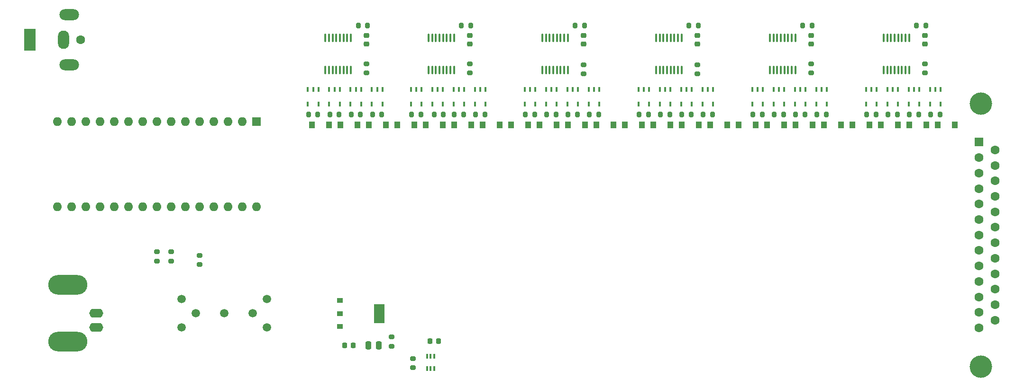
<source format=gbr>
%TF.GenerationSoftware,KiCad,Pcbnew,(6.0.9)*%
%TF.CreationDate,2023-02-20T09:51:29-08:00*%
%TF.ProjectId,RF_control_board_v2,52465f63-6f6e-4747-926f-6c5f626f6172,rev?*%
%TF.SameCoordinates,Original*%
%TF.FileFunction,Soldermask,Top*%
%TF.FilePolarity,Negative*%
%FSLAX46Y46*%
G04 Gerber Fmt 4.6, Leading zero omitted, Abs format (unit mm)*
G04 Created by KiCad (PCBNEW (6.0.9)) date 2023-02-20 09:51:29*
%MOMM*%
%LPD*%
G01*
G04 APERTURE LIST*
G04 Aperture macros list*
%AMRoundRect*
0 Rectangle with rounded corners*
0 $1 Rounding radius*
0 $2 $3 $4 $5 $6 $7 $8 $9 X,Y pos of 4 corners*
0 Add a 4 corners polygon primitive as box body*
4,1,4,$2,$3,$4,$5,$6,$7,$8,$9,$2,$3,0*
0 Add four circle primitives for the rounded corners*
1,1,$1+$1,$2,$3*
1,1,$1+$1,$4,$5*
1,1,$1+$1,$6,$7*
1,1,$1+$1,$8,$9*
0 Add four rect primitives between the rounded corners*
20,1,$1+$1,$2,$3,$4,$5,0*
20,1,$1+$1,$4,$5,$6,$7,0*
20,1,$1+$1,$6,$7,$8,$9,0*
20,1,$1+$1,$8,$9,$2,$3,0*%
G04 Aperture macros list end*
%ADD10C,0.100000*%
%ADD11RoundRect,0.250000X0.250000X0.475000X-0.250000X0.475000X-0.250000X-0.475000X0.250000X-0.475000X0*%
%ADD12R,1.600000X1.600000*%
%ADD13C,1.600000*%
%ADD14C,4.000000*%
%ADD15RoundRect,0.200000X-0.275000X0.200000X-0.275000X-0.200000X0.275000X-0.200000X0.275000X0.200000X0*%
%ADD16R,0.406400X0.903199*%
%ADD17RoundRect,0.200000X-0.200000X-0.275000X0.200000X-0.275000X0.200000X0.275000X-0.200000X0.275000X0*%
%ADD18RoundRect,0.100000X0.100000X-0.637500X0.100000X0.637500X-0.100000X0.637500X-0.100000X-0.637500X0*%
%ADD19RoundRect,0.225000X0.250000X-0.225000X0.250000X0.225000X-0.250000X0.225000X-0.250000X-0.225000X0*%
%ADD20R,1.016000X1.270000*%
%ADD21RoundRect,0.200000X0.200000X0.275000X-0.200000X0.275000X-0.200000X-0.275000X0.200000X-0.275000X0*%
%ADD22RoundRect,0.225000X-0.225000X-0.250000X0.225000X-0.250000X0.225000X0.250000X-0.225000X0.250000X0*%
%ADD23R,1.016000X0.889000*%
%ADD24RoundRect,0.200000X0.275000X-0.200000X0.275000X0.200000X-0.275000X0.200000X-0.275000X-0.200000X0*%
%ADD25RoundRect,0.225000X0.225000X0.250000X-0.225000X0.250000X-0.225000X-0.250000X0.225000X-0.250000X0*%
%ADD26O,1.600000X1.600000*%
%ADD27C,1.498600*%
%ADD28O,2.500000X1.600000*%
%ADD29O,7.000000X3.500000*%
%ADD30R,0.399999X0.850001*%
%ADD31R,2.000000X4.000000*%
%ADD32O,2.000000X3.300000*%
%ADD33O,3.500000X2.000000*%
G04 APERTURE END LIST*
%TO.C,U1*%
G36*
X98336100Y-131235600D02*
G01*
X96608900Y-131235600D01*
X96608900Y-127984400D01*
X98336100Y-127984400D01*
X98336100Y-131235600D01*
G37*
D10*
X98336100Y-131235600D02*
X96608900Y-131235600D01*
X96608900Y-127984400D01*
X98336100Y-127984400D01*
X98336100Y-131235600D01*
%TD*%
D11*
%TO.C,C9*%
X97470000Y-135325000D03*
X95570000Y-135325000D03*
%TD*%
D12*
%TO.C,J2*%
X204659669Y-98945000D03*
D13*
X204659669Y-101715000D03*
X204659669Y-104485000D03*
X204659669Y-107255000D03*
X204659669Y-110025000D03*
X204659669Y-112795000D03*
X204659669Y-115565000D03*
X204659669Y-118335000D03*
X204659669Y-121105000D03*
X204659669Y-123875000D03*
X204659669Y-126645000D03*
X204659669Y-129415000D03*
X204659669Y-132185000D03*
X207499669Y-100330000D03*
X207499669Y-103100000D03*
X207499669Y-105870000D03*
X207499669Y-108640000D03*
X207499669Y-111410000D03*
X207499669Y-114180000D03*
X207499669Y-116950000D03*
X207499669Y-119720000D03*
X207499669Y-122490000D03*
X207499669Y-125260000D03*
X207499669Y-128030000D03*
X207499669Y-130800000D03*
D14*
X204959669Y-139115000D03*
X204959669Y-92015000D03*
%TD*%
D15*
%TO.C,R19*%
X95250000Y-84900000D03*
X95250000Y-86550000D03*
%TD*%
D16*
%TO.C,U32*%
X84774999Y-92100400D03*
X86675001Y-92100400D03*
X86675001Y-89509600D03*
X85725000Y-89509600D03*
X84774999Y-89509600D03*
%TD*%
D17*
%TO.C,R36*%
X103315000Y-93980000D03*
X104965000Y-93980000D03*
%TD*%
D15*
%TO.C,R2*%
X57785000Y-118555000D03*
X57785000Y-120205000D03*
%TD*%
D18*
%TO.C,U8*%
X167270000Y-86047500D03*
X167920000Y-86047500D03*
X168570000Y-86047500D03*
X169220000Y-86047500D03*
X169870000Y-86047500D03*
X170520000Y-86047500D03*
X171170000Y-86047500D03*
X171820000Y-86047500D03*
X171820000Y-80322500D03*
X171170000Y-80322500D03*
X170520000Y-80322500D03*
X169870000Y-80322500D03*
X169220000Y-80322500D03*
X168570000Y-80322500D03*
X167920000Y-80322500D03*
X167270000Y-80322500D03*
%TD*%
D15*
%TO.C,R1*%
X60325000Y-118555000D03*
X60325000Y-120205000D03*
%TD*%
D19*
%TO.C,C7*%
X95250000Y-81420000D03*
X95250000Y-79870000D03*
%TD*%
D16*
%TO.C,U13*%
X184469999Y-92100400D03*
X186370001Y-92100400D03*
X186370001Y-89509600D03*
X185420000Y-89509600D03*
X184469999Y-89509600D03*
%TD*%
D18*
%TO.C,U10*%
X126630000Y-86047500D03*
X127280000Y-86047500D03*
X127930000Y-86047500D03*
X128580000Y-86047500D03*
X129230000Y-86047500D03*
X129880000Y-86047500D03*
X130530000Y-86047500D03*
X131180000Y-86047500D03*
X131180000Y-80322500D03*
X130530000Y-80322500D03*
X129880000Y-80322500D03*
X129230000Y-80322500D03*
X128580000Y-80322500D03*
X127930000Y-80322500D03*
X127280000Y-80322500D03*
X126630000Y-80322500D03*
%TD*%
D17*
%TO.C,R22*%
X171895000Y-93980000D03*
X173545000Y-93980000D03*
%TD*%
D16*
%TO.C,U19*%
X151449999Y-92100400D03*
X153350001Y-92100400D03*
X153350001Y-89509600D03*
X152400000Y-89509600D03*
X151449999Y-89509600D03*
%TD*%
D19*
%TO.C,C5*%
X113665000Y-81420000D03*
X113665000Y-79870000D03*
%TD*%
D20*
%TO.C,V3*%
X190119000Y-95885000D03*
X187071000Y-95885000D03*
%TD*%
D16*
%TO.C,U26*%
X114619999Y-92100400D03*
X116520001Y-92100400D03*
X116520001Y-89509600D03*
X115570000Y-89509600D03*
X114619999Y-89509600D03*
%TD*%
D17*
%TO.C,R24*%
X164275000Y-93980000D03*
X165925000Y-93980000D03*
%TD*%
%TO.C,R20*%
X184595000Y-93980000D03*
X186245000Y-93980000D03*
%TD*%
%TO.C,R35*%
X107315000Y-93980000D03*
X108965000Y-93980000D03*
%TD*%
D21*
%TO.C,R11*%
X154495000Y-78105000D03*
X152845000Y-78105000D03*
%TD*%
D22*
%TO.C,C8*%
X91300000Y-135325000D03*
X92850000Y-135325000D03*
%TD*%
D16*
%TO.C,U4*%
X195899999Y-92100400D03*
X197800001Y-92100400D03*
X197800001Y-89509600D03*
X196850000Y-89509600D03*
X195899999Y-89509600D03*
%TD*%
D20*
%TO.C,V1*%
X200279000Y-95885000D03*
X197231000Y-95885000D03*
%TD*%
D17*
%TO.C,R37*%
X96330000Y-93980000D03*
X97980000Y-93980000D03*
%TD*%
D23*
%TO.C,U1*%
X90487500Y-127311300D03*
X90487500Y-129610000D03*
X90487500Y-131908700D03*
%TD*%
D24*
%TO.C,R8*%
X103505000Y-139330001D03*
X103505000Y-137680001D03*
%TD*%
D20*
%TO.C,V15*%
X129159000Y-95885000D03*
X126111000Y-95885000D03*
%TD*%
D21*
%TO.C,R12*%
X134175000Y-78105000D03*
X132525000Y-78105000D03*
%TD*%
D20*
%TO.C,V13*%
X139319000Y-95885000D03*
X136271000Y-95885000D03*
%TD*%
%TO.C,V2*%
X195199000Y-95885000D03*
X192151000Y-95885000D03*
%TD*%
D21*
%TO.C,R10*%
X174815000Y-78105000D03*
X173165000Y-78105000D03*
%TD*%
D15*
%TO.C,R18*%
X113665000Y-84900000D03*
X113665000Y-86550000D03*
%TD*%
D16*
%TO.C,U15*%
X171769999Y-92100400D03*
X173670001Y-92100400D03*
X173670001Y-89509600D03*
X172720000Y-89509600D03*
X171769999Y-89509600D03*
%TD*%
D15*
%TO.C,R3*%
X194945000Y-84900000D03*
X194945000Y-86550000D03*
%TD*%
D19*
%TO.C,C3*%
X174625000Y-81420000D03*
X174625000Y-79870000D03*
%TD*%
D16*
%TO.C,U24*%
X127319999Y-92100400D03*
X129220001Y-92100400D03*
X129220001Y-89509600D03*
X128270000Y-89509600D03*
X127319999Y-89509600D03*
%TD*%
D17*
%TO.C,R29*%
X135065000Y-93980000D03*
X136715000Y-93980000D03*
%TD*%
D20*
%TO.C,V20*%
X103759000Y-95885000D03*
X100711000Y-95885000D03*
%TD*%
%TO.C,V18*%
X113919000Y-95885000D03*
X110871000Y-95885000D03*
%TD*%
D15*
%TO.C,R15*%
X174625000Y-84900000D03*
X174625000Y-86550000D03*
%TD*%
D20*
%TO.C,V14*%
X134239000Y-95885000D03*
X131191000Y-95885000D03*
%TD*%
D16*
%TO.C,U31*%
X88584999Y-92100400D03*
X90485001Y-92100400D03*
X90485001Y-89509600D03*
X89535000Y-89509600D03*
X88584999Y-89509600D03*
%TD*%
D18*
%TO.C,U3*%
X187590000Y-86047500D03*
X188240000Y-86047500D03*
X188890000Y-86047500D03*
X189540000Y-86047500D03*
X190190000Y-86047500D03*
X190840000Y-86047500D03*
X191490000Y-86047500D03*
X192140000Y-86047500D03*
X192140000Y-80322500D03*
X191490000Y-80322500D03*
X190840000Y-80322500D03*
X190190000Y-80322500D03*
X189540000Y-80322500D03*
X188890000Y-80322500D03*
X188240000Y-80322500D03*
X187590000Y-80322500D03*
%TD*%
D20*
%TO.C,V6*%
X174879000Y-95885000D03*
X171831000Y-95885000D03*
%TD*%
%TO.C,V23*%
X88519000Y-95885000D03*
X85471000Y-95885000D03*
%TD*%
%TO.C,V12*%
X144399000Y-95885000D03*
X141351000Y-95885000D03*
%TD*%
D17*
%TO.C,R40*%
X84900000Y-93980000D03*
X86550000Y-93980000D03*
%TD*%
D20*
%TO.C,V8*%
X164719000Y-95885000D03*
X161671000Y-95885000D03*
%TD*%
%TO.C,V7*%
X169799000Y-95885000D03*
X166751000Y-95885000D03*
%TD*%
D17*
%TO.C,R38*%
X92520000Y-93980000D03*
X94170000Y-93980000D03*
%TD*%
D16*
%TO.C,U29*%
X103189999Y-92100400D03*
X105090001Y-92100400D03*
X105090001Y-89509600D03*
X104140000Y-89509600D03*
X103189999Y-89509600D03*
%TD*%
D20*
%TO.C,V10*%
X154559000Y-95885000D03*
X151511000Y-95885000D03*
%TD*%
D25*
%TO.C,C2*%
X108090000Y-134550000D03*
X106540000Y-134550000D03*
%TD*%
D17*
%TO.C,R4*%
X196025000Y-93980000D03*
X197675000Y-93980000D03*
%TD*%
D16*
%TO.C,U30*%
X92394999Y-92100400D03*
X94295001Y-92100400D03*
X94295001Y-89509600D03*
X93345000Y-89509600D03*
X92394999Y-89509600D03*
%TD*%
%TO.C,U21*%
X143829999Y-92100400D03*
X145730001Y-92100400D03*
X145730001Y-89509600D03*
X144780000Y-89509600D03*
X143829999Y-89509600D03*
%TD*%
D17*
%TO.C,R39*%
X88710000Y-93980000D03*
X90360000Y-93980000D03*
%TD*%
D16*
%TO.C,U20*%
X147639999Y-92100400D03*
X149540001Y-92100400D03*
X149540001Y-89509600D03*
X148590000Y-89509600D03*
X147639999Y-89509600D03*
%TD*%
D17*
%TO.C,R23*%
X168085000Y-93980000D03*
X169735000Y-93980000D03*
%TD*%
D16*
%TO.C,U23*%
X131129999Y-92100400D03*
X133030001Y-92100400D03*
X133030001Y-89509600D03*
X132080000Y-89509600D03*
X131129999Y-89509600D03*
%TD*%
D12*
%TO.C,A1*%
X75565000Y-95250000D03*
D26*
X73025000Y-95250000D03*
X70485000Y-95250000D03*
X67945000Y-95250000D03*
X65405000Y-95250000D03*
X62865000Y-95250000D03*
X60325000Y-95250000D03*
X57785000Y-95250000D03*
X55245000Y-95250000D03*
X52705000Y-95250000D03*
X50165000Y-95250000D03*
X47625000Y-95250000D03*
X45085000Y-95250000D03*
X42545000Y-95250000D03*
X40005000Y-95250000D03*
X40005000Y-110490000D03*
X42545000Y-110490000D03*
X45085000Y-110490000D03*
X47625000Y-110490000D03*
X50165000Y-110490000D03*
X52705000Y-110490000D03*
X55245000Y-110490000D03*
X57785000Y-110490000D03*
X60325000Y-110490000D03*
X62865000Y-110490000D03*
X65405000Y-110490000D03*
X67945000Y-110490000D03*
X70485000Y-110490000D03*
X73025000Y-110490000D03*
X75565000Y-110490000D03*
%TD*%
D16*
%TO.C,U6*%
X188279999Y-92100400D03*
X190180001Y-92100400D03*
X190180001Y-89509600D03*
X189230000Y-89509600D03*
X188279999Y-89509600D03*
%TD*%
%TO.C,U27*%
X110809999Y-92100400D03*
X112710001Y-92100400D03*
X112710001Y-89509600D03*
X111760000Y-89509600D03*
X110809999Y-89509600D03*
%TD*%
D21*
%TO.C,R14*%
X95440000Y-78105000D03*
X93790000Y-78105000D03*
%TD*%
D17*
%TO.C,R21*%
X175705000Y-93980000D03*
X177355000Y-93980000D03*
%TD*%
D20*
%TO.C,V16*%
X124079000Y-95885000D03*
X121031000Y-95885000D03*
%TD*%
D17*
%TO.C,R34*%
X110935000Y-93980000D03*
X112585000Y-93980000D03*
%TD*%
%TO.C,R32*%
X123635000Y-93980000D03*
X125285000Y-93980000D03*
%TD*%
D18*
%TO.C,U9*%
X146950000Y-86047500D03*
X147600000Y-86047500D03*
X148250000Y-86047500D03*
X148900000Y-86047500D03*
X149550000Y-86047500D03*
X150200000Y-86047500D03*
X150850000Y-86047500D03*
X151500000Y-86047500D03*
X151500000Y-80322500D03*
X150850000Y-80322500D03*
X150200000Y-80322500D03*
X149550000Y-80322500D03*
X148900000Y-80322500D03*
X148250000Y-80322500D03*
X147600000Y-80322500D03*
X146950000Y-80322500D03*
%TD*%
D20*
%TO.C,V11*%
X149479000Y-95885000D03*
X146431000Y-95885000D03*
%TD*%
D24*
%TO.C,R7*%
X65405000Y-120840000D03*
X65405000Y-119190000D03*
%TD*%
D17*
%TO.C,R25*%
X155385000Y-93980000D03*
X157035000Y-93980000D03*
%TD*%
D21*
%TO.C,R13*%
X113855000Y-78105000D03*
X112205000Y-78105000D03*
%TD*%
D16*
%TO.C,U22*%
X134939999Y-92100400D03*
X136840001Y-92100400D03*
X136840001Y-89509600D03*
X135890000Y-89509600D03*
X134939999Y-89509600D03*
%TD*%
%TO.C,U14*%
X175579999Y-92100400D03*
X177480001Y-92100400D03*
X177480001Y-89509600D03*
X176530000Y-89509600D03*
X175579999Y-89509600D03*
%TD*%
%TO.C,U28*%
X106999999Y-92100400D03*
X108900001Y-92100400D03*
X108900001Y-89509600D03*
X107950000Y-89509600D03*
X106999999Y-89509600D03*
%TD*%
D17*
%TO.C,R26*%
X151575000Y-93980000D03*
X153225000Y-93980000D03*
%TD*%
D16*
%TO.C,U2*%
X96204999Y-92100400D03*
X98105001Y-92100400D03*
X98105001Y-89509600D03*
X97155000Y-89509600D03*
X96204999Y-89509600D03*
%TD*%
D20*
%TO.C,V19*%
X108839000Y-95885000D03*
X105791000Y-95885000D03*
%TD*%
D16*
%TO.C,U17*%
X164149999Y-92100400D03*
X166050001Y-92100400D03*
X166050001Y-89509600D03*
X165100000Y-89509600D03*
X164149999Y-89509600D03*
%TD*%
D27*
%TO.C,SW1*%
X74930000Y-129563226D03*
X69850000Y-129563226D03*
X64770000Y-129563226D03*
X77470000Y-132103226D03*
X62230000Y-132103226D03*
X77470000Y-127023226D03*
X62230000Y-127023226D03*
%TD*%
D18*
%TO.C,U12*%
X87895000Y-86047500D03*
X88545000Y-86047500D03*
X89195000Y-86047500D03*
X89845000Y-86047500D03*
X90495000Y-86047500D03*
X91145000Y-86047500D03*
X91795000Y-86047500D03*
X92445000Y-86047500D03*
X92445000Y-80322500D03*
X91795000Y-80322500D03*
X91145000Y-80322500D03*
X90495000Y-80322500D03*
X89845000Y-80322500D03*
X89195000Y-80322500D03*
X88545000Y-80322500D03*
X87895000Y-80322500D03*
%TD*%
D17*
%TO.C,R6*%
X188405000Y-93980000D03*
X190055000Y-93980000D03*
%TD*%
D16*
%TO.C,U5*%
X192089999Y-92100400D03*
X193990001Y-92100400D03*
X193990001Y-89509600D03*
X193040000Y-89509600D03*
X192089999Y-89509600D03*
%TD*%
D20*
%TO.C,V17*%
X118999000Y-95885000D03*
X115951000Y-95885000D03*
%TD*%
D18*
%TO.C,U11*%
X106310000Y-86047500D03*
X106960000Y-86047500D03*
X107610000Y-86047500D03*
X108260000Y-86047500D03*
X108910000Y-86047500D03*
X109560000Y-86047500D03*
X110210000Y-86047500D03*
X110860000Y-86047500D03*
X110860000Y-80322500D03*
X110210000Y-80322500D03*
X109560000Y-80322500D03*
X108910000Y-80322500D03*
X108260000Y-80322500D03*
X107610000Y-80322500D03*
X106960000Y-80322500D03*
X106310000Y-80322500D03*
%TD*%
D20*
%TO.C,V21*%
X98679000Y-95885000D03*
X95631000Y-95885000D03*
%TD*%
D19*
%TO.C,C4*%
X154305000Y-81420000D03*
X154305000Y-79870000D03*
%TD*%
D21*
%TO.C,R9*%
X195135000Y-78105000D03*
X193485000Y-78105000D03*
%TD*%
D16*
%TO.C,U16*%
X167959999Y-92100400D03*
X169860001Y-92100400D03*
X169860001Y-89509600D03*
X168910000Y-89509600D03*
X167959999Y-89509600D03*
%TD*%
D20*
%TO.C,V22*%
X93599000Y-95885000D03*
X90551000Y-95885000D03*
%TD*%
D28*
%TO.C,J3*%
X46990000Y-129563226D03*
D29*
X41910000Y-124483226D03*
D28*
X46990000Y-132103226D03*
D29*
X41910000Y-134643226D03*
%TD*%
D15*
%TO.C,R16*%
X154305000Y-85090000D03*
X154305000Y-86740000D03*
%TD*%
D30*
%TO.C,U7*%
X107330001Y-137235001D03*
X106680000Y-137235001D03*
X106030001Y-137235001D03*
X106030001Y-139485002D03*
X106680000Y-139485002D03*
X107330001Y-139485002D03*
%TD*%
D15*
%TO.C,R17*%
X133985000Y-85090000D03*
X133985000Y-86740000D03*
%TD*%
D20*
%TO.C,V9*%
X159639000Y-95885000D03*
X156591000Y-95885000D03*
%TD*%
D17*
%TO.C,R31*%
X127445000Y-93980000D03*
X129095000Y-93980000D03*
%TD*%
%TO.C,R27*%
X147765000Y-93980000D03*
X149415000Y-93980000D03*
%TD*%
D19*
%TO.C,C1*%
X194945000Y-81420000D03*
X194945000Y-79870000D03*
%TD*%
D16*
%TO.C,U25*%
X123509999Y-92100400D03*
X125410001Y-92100400D03*
X125410001Y-89509600D03*
X124460000Y-89509600D03*
X123509999Y-89509600D03*
%TD*%
D17*
%TO.C,R33*%
X114745000Y-93980000D03*
X116395000Y-93980000D03*
%TD*%
D20*
%TO.C,V5*%
X179959000Y-95885000D03*
X176911000Y-95885000D03*
%TD*%
%TO.C,V4*%
X185039000Y-95885000D03*
X181991000Y-95885000D03*
%TD*%
D16*
%TO.C,U18*%
X155259999Y-92100400D03*
X157160001Y-92100400D03*
X157160001Y-89509600D03*
X156210000Y-89509600D03*
X155259999Y-89509600D03*
%TD*%
D19*
%TO.C,C6*%
X133985000Y-81420000D03*
X133985000Y-79870000D03*
%TD*%
D24*
%TO.C,R41*%
X99695000Y-135445000D03*
X99695000Y-133795000D03*
%TD*%
D13*
%TO.C,J1*%
X44140000Y-80645000D03*
D31*
X35140000Y-80645000D03*
D32*
X41140000Y-80645000D03*
D33*
X42140000Y-76145000D03*
X42140000Y-85145000D03*
%TD*%
D17*
%TO.C,R28*%
X143955000Y-93980000D03*
X145605000Y-93980000D03*
%TD*%
%TO.C,R30*%
X131255000Y-93980000D03*
X132905000Y-93980000D03*
%TD*%
%TO.C,R5*%
X192215000Y-93980000D03*
X193865000Y-93980000D03*
%TD*%
M02*

</source>
